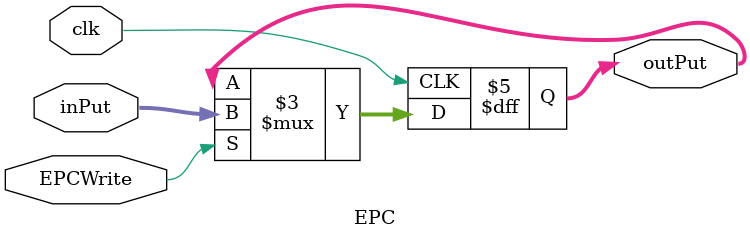
<source format=v>
module EPC (clk, EPCWrite, inPut, /**/ outPut);
	input clk;
	input EPCWrite;
	input [31:0] inPut;

	output reg [31:0] outPut;

	always @(posedge clk) begin
		if (EPCWrite) outPut = inPut;
	end
endmodule

</source>
